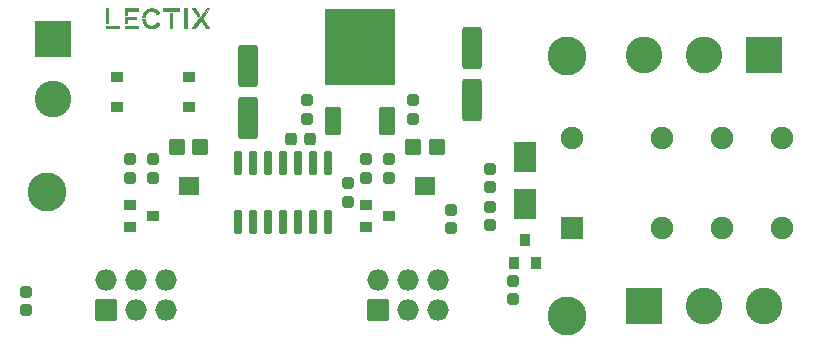
<source format=gts>
G04 #@! TF.GenerationSoftware,KiCad,Pcbnew,6.0.9-8da3e8f707~116~ubuntu20.04.1*
G04 #@! TF.CreationDate,2023-05-05T17:22:20+00:00*
G04 #@! TF.ProjectId,LEC009002,4c454330-3039-4303-9032-2e6b69636164,rev?*
G04 #@! TF.SameCoordinates,Original*
G04 #@! TF.FileFunction,Soldermask,Top*
G04 #@! TF.FilePolarity,Negative*
%FSLAX46Y46*%
G04 Gerber Fmt 4.6, Leading zero omitted, Abs format (unit mm)*
G04 Created by KiCad (PCBNEW 6.0.9-8da3e8f707~116~ubuntu20.04.1) date 2023-05-05 17:22:20*
%MOMM*%
%LPD*%
G01*
G04 APERTURE LIST*
G04 Aperture macros list*
%AMRoundRect*
0 Rectangle with rounded corners*
0 $1 Rounding radius*
0 $2 $3 $4 $5 $6 $7 $8 $9 X,Y pos of 4 corners*
0 Add a 4 corners polygon primitive as box body*
4,1,4,$2,$3,$4,$5,$6,$7,$8,$9,$2,$3,0*
0 Add four circle primitives for the rounded corners*
1,1,$1+$1,$2,$3*
1,1,$1+$1,$4,$5*
1,1,$1+$1,$6,$7*
1,1,$1+$1,$8,$9*
0 Add four rect primitives between the rounded corners*
20,1,$1+$1,$2,$3,$4,$5,0*
20,1,$1+$1,$4,$5,$6,$7,0*
20,1,$1+$1,$6,$7,$8,$9,0*
20,1,$1+$1,$8,$9,$2,$3,0*%
G04 Aperture macros list end*
%ADD10C,0.010000*%
%ADD11RoundRect,0.268750X-0.256250X0.218750X-0.256250X-0.218750X0.256250X-0.218750X0.256250X0.218750X0*%
%ADD12RoundRect,0.299600X0.550400X-1.500400X0.550400X1.500400X-0.550400X1.500400X-0.550400X-1.500400X0*%
%ADD13RoundRect,0.268750X0.256250X-0.218750X0.256250X0.218750X-0.256250X0.218750X-0.256250X-0.218750X0*%
%ADD14RoundRect,0.050000X0.500000X0.400000X-0.500000X0.400000X-0.500000X-0.400000X0.500000X-0.400000X0*%
%ADD15RoundRect,0.050000X-0.900000X1.250000X-0.900000X-1.250000X0.900000X-1.250000X0.900000X1.250000X0*%
%ADD16C,3.300000*%
%ADD17RoundRect,0.050000X-1.500000X1.500000X-1.500000X-1.500000X1.500000X-1.500000X1.500000X1.500000X0*%
%ADD18C,3.100000*%
%ADD19RoundRect,0.050000X1.500000X1.500000X-1.500000X1.500000X-1.500000X-1.500000X1.500000X-1.500000X0*%
%ADD20C,1.900000*%
%ADD21RoundRect,0.050000X0.900000X-0.900000X0.900000X0.900000X-0.900000X0.900000X-0.900000X-0.900000X0*%
%ADD22RoundRect,0.050000X0.400000X-0.450000X0.400000X0.450000X-0.400000X0.450000X-0.400000X-0.450000X0*%
%ADD23RoundRect,0.050000X-0.450000X-0.400000X0.450000X-0.400000X0.450000X0.400000X-0.450000X0.400000X0*%
%ADD24RoundRect,0.268750X0.218750X0.256250X-0.218750X0.256250X-0.218750X-0.256250X0.218750X-0.256250X0*%
%ADD25RoundRect,0.050000X-0.600000X0.600000X-0.600000X-0.600000X0.600000X-0.600000X0.600000X0.600000X0*%
%ADD26RoundRect,0.050000X-0.800000X0.750000X-0.800000X-0.750000X0.800000X-0.750000X0.800000X0.750000X0*%
%ADD27RoundRect,0.050000X0.600000X-1.100000X0.600000X1.100000X-0.600000X1.100000X-0.600000X-1.100000X0*%
%ADD28RoundRect,0.050000X2.900000X-3.200000X2.900000X3.200000X-2.900000X3.200000X-2.900000X-3.200000X0*%
%ADD29RoundRect,0.050000X0.863600X-0.863600X0.863600X0.863600X-0.863600X0.863600X-0.863600X-0.863600X0*%
%ADD30O,1.827200X1.827200*%
%ADD31RoundRect,0.200000X-0.150000X0.825000X-0.150000X-0.825000X0.150000X-0.825000X0.150000X0.825000X0*%
%ADD32RoundRect,0.050000X-1.500000X-1.500000X1.500000X-1.500000X1.500000X1.500000X-1.500000X1.500000X0*%
G04 APERTURE END LIST*
G04 #@! TO.C,LOGO1*
G36*
X56211400Y-22702120D02*
G01*
X55990420Y-22702120D01*
X55990420Y-21427040D01*
X56211400Y-21427040D01*
X56211400Y-22702120D01*
G37*
D10*
X56211400Y-22702120D02*
X55990420Y-22702120D01*
X55990420Y-21427040D01*
X56211400Y-21427040D01*
X56211400Y-22702120D01*
G36*
X59308402Y-22385255D02*
G01*
X59313120Y-22434642D01*
X59322714Y-22483391D01*
X59336988Y-22531126D01*
X59355743Y-22577472D01*
X59378784Y-22622055D01*
X59405913Y-22664500D01*
X59436933Y-22704432D01*
X59471648Y-22741476D01*
X59509860Y-22775258D01*
X59515940Y-22780066D01*
X59556038Y-22808193D01*
X59599345Y-22832754D01*
X59645214Y-22853491D01*
X59692999Y-22870147D01*
X59742054Y-22882466D01*
X59791733Y-22890191D01*
X59793061Y-22890331D01*
X59814417Y-22891812D01*
X59839012Y-22892277D01*
X59865170Y-22891784D01*
X59891216Y-22890393D01*
X59915475Y-22888161D01*
X59935040Y-22885369D01*
X59985420Y-22873968D01*
X60034171Y-22858011D01*
X60080973Y-22837722D01*
X60125506Y-22813326D01*
X60167447Y-22785050D01*
X60206477Y-22753119D01*
X60242275Y-22717757D01*
X60274521Y-22679189D01*
X60302893Y-22637642D01*
X60313459Y-22619570D01*
X60317764Y-22611866D01*
X60320977Y-22606162D01*
X60322419Y-22603660D01*
X60322428Y-22603648D01*
X60324718Y-22604589D01*
X60330966Y-22607586D01*
X60340622Y-22612356D01*
X60353134Y-22618617D01*
X60367950Y-22626087D01*
X60384518Y-22634484D01*
X60402288Y-22643526D01*
X60420709Y-22652930D01*
X60439227Y-22662414D01*
X60457292Y-22671697D01*
X60474353Y-22680496D01*
X60489857Y-22688530D01*
X60503254Y-22695515D01*
X60513992Y-22701170D01*
X60521519Y-22705212D01*
X60525284Y-22707360D01*
X60525579Y-22707574D01*
X60526342Y-22709476D01*
X60525650Y-22712864D01*
X60523236Y-22718246D01*
X60518829Y-22726130D01*
X60512161Y-22737022D01*
X60502963Y-22751432D01*
X60499532Y-22756730D01*
X60463745Y-22807247D01*
X60424233Y-22854456D01*
X60381253Y-22898181D01*
X60335061Y-22938245D01*
X60285915Y-22974473D01*
X60234071Y-23006690D01*
X60179786Y-23034719D01*
X60123317Y-23058386D01*
X60064922Y-23077513D01*
X60011386Y-23090608D01*
X59990451Y-23094715D01*
X59971307Y-23097937D01*
X59952786Y-23100387D01*
X59933721Y-23102177D01*
X59912944Y-23103419D01*
X59889286Y-23104226D01*
X59865190Y-23104665D01*
X59846965Y-23104860D01*
X59830071Y-23104960D01*
X59815281Y-23104966D01*
X59803367Y-23104880D01*
X59795103Y-23104704D01*
X59791530Y-23104485D01*
X59785642Y-23103741D01*
X59776310Y-23102630D01*
X59765138Y-23101341D01*
X59759780Y-23100735D01*
X59704003Y-23092047D01*
X59648007Y-23078574D01*
X59592401Y-23060545D01*
X59537794Y-23038188D01*
X59484797Y-23011731D01*
X59434019Y-22981401D01*
X59425770Y-22975955D01*
X59395798Y-22955098D01*
X59369044Y-22934653D01*
X59343942Y-22913317D01*
X59318927Y-22889790D01*
X59303718Y-22874501D01*
X59261520Y-22827656D01*
X59223616Y-22778179D01*
X59190086Y-22726236D01*
X59161014Y-22671994D01*
X59136482Y-22615618D01*
X59116574Y-22557274D01*
X59101371Y-22497129D01*
X59093187Y-22451477D01*
X59091980Y-22442261D01*
X59090577Y-22429810D01*
X59089087Y-22415307D01*
X59087618Y-22399937D01*
X59086281Y-22384885D01*
X59085185Y-22371334D01*
X59084438Y-22360470D01*
X59084150Y-22353505D01*
X59086602Y-22353107D01*
X59093621Y-22352738D01*
X59104692Y-22352405D01*
X59119304Y-22352119D01*
X59136941Y-22351886D01*
X59157091Y-22351717D01*
X59179241Y-22351620D01*
X59195519Y-22351600D01*
X59306899Y-22351600D01*
X59308402Y-22385255D01*
G37*
X59308402Y-22385255D02*
X59313120Y-22434642D01*
X59322714Y-22483391D01*
X59336988Y-22531126D01*
X59355743Y-22577472D01*
X59378784Y-22622055D01*
X59405913Y-22664500D01*
X59436933Y-22704432D01*
X59471648Y-22741476D01*
X59509860Y-22775258D01*
X59515940Y-22780066D01*
X59556038Y-22808193D01*
X59599345Y-22832754D01*
X59645214Y-22853491D01*
X59692999Y-22870147D01*
X59742054Y-22882466D01*
X59791733Y-22890191D01*
X59793061Y-22890331D01*
X59814417Y-22891812D01*
X59839012Y-22892277D01*
X59865170Y-22891784D01*
X59891216Y-22890393D01*
X59915475Y-22888161D01*
X59935040Y-22885369D01*
X59985420Y-22873968D01*
X60034171Y-22858011D01*
X60080973Y-22837722D01*
X60125506Y-22813326D01*
X60167447Y-22785050D01*
X60206477Y-22753119D01*
X60242275Y-22717757D01*
X60274521Y-22679189D01*
X60302893Y-22637642D01*
X60313459Y-22619570D01*
X60317764Y-22611866D01*
X60320977Y-22606162D01*
X60322419Y-22603660D01*
X60322428Y-22603648D01*
X60324718Y-22604589D01*
X60330966Y-22607586D01*
X60340622Y-22612356D01*
X60353134Y-22618617D01*
X60367950Y-22626087D01*
X60384518Y-22634484D01*
X60402288Y-22643526D01*
X60420709Y-22652930D01*
X60439227Y-22662414D01*
X60457292Y-22671697D01*
X60474353Y-22680496D01*
X60489857Y-22688530D01*
X60503254Y-22695515D01*
X60513992Y-22701170D01*
X60521519Y-22705212D01*
X60525284Y-22707360D01*
X60525579Y-22707574D01*
X60526342Y-22709476D01*
X60525650Y-22712864D01*
X60523236Y-22718246D01*
X60518829Y-22726130D01*
X60512161Y-22737022D01*
X60502963Y-22751432D01*
X60499532Y-22756730D01*
X60463745Y-22807247D01*
X60424233Y-22854456D01*
X60381253Y-22898181D01*
X60335061Y-22938245D01*
X60285915Y-22974473D01*
X60234071Y-23006690D01*
X60179786Y-23034719D01*
X60123317Y-23058386D01*
X60064922Y-23077513D01*
X60011386Y-23090608D01*
X59990451Y-23094715D01*
X59971307Y-23097937D01*
X59952786Y-23100387D01*
X59933721Y-23102177D01*
X59912944Y-23103419D01*
X59889286Y-23104226D01*
X59865190Y-23104665D01*
X59846965Y-23104860D01*
X59830071Y-23104960D01*
X59815281Y-23104966D01*
X59803367Y-23104880D01*
X59795103Y-23104704D01*
X59791530Y-23104485D01*
X59785642Y-23103741D01*
X59776310Y-23102630D01*
X59765138Y-23101341D01*
X59759780Y-23100735D01*
X59704003Y-23092047D01*
X59648007Y-23078574D01*
X59592401Y-23060545D01*
X59537794Y-23038188D01*
X59484797Y-23011731D01*
X59434019Y-22981401D01*
X59425770Y-22975955D01*
X59395798Y-22955098D01*
X59369044Y-22934653D01*
X59343942Y-22913317D01*
X59318927Y-22889790D01*
X59303718Y-22874501D01*
X59261520Y-22827656D01*
X59223616Y-22778179D01*
X59190086Y-22726236D01*
X59161014Y-22671994D01*
X59136482Y-22615618D01*
X59116574Y-22557274D01*
X59101371Y-22497129D01*
X59093187Y-22451477D01*
X59091980Y-22442261D01*
X59090577Y-22429810D01*
X59089087Y-22415307D01*
X59087618Y-22399937D01*
X59086281Y-22384885D01*
X59085185Y-22371334D01*
X59084438Y-22360470D01*
X59084150Y-22353505D01*
X59086602Y-22353107D01*
X59093621Y-22352738D01*
X59104692Y-22352405D01*
X59119304Y-22352119D01*
X59136941Y-22351886D01*
X59157091Y-22351717D01*
X59179241Y-22351620D01*
X59195519Y-22351600D01*
X59306899Y-22351600D01*
X59308402Y-22385255D01*
G36*
X58682820Y-21637860D02*
G01*
X57809060Y-21637860D01*
X57809060Y-21950280D01*
X57585540Y-21950280D01*
X57585540Y-21416880D01*
X58682820Y-21416880D01*
X58682820Y-21637860D01*
G37*
X58682820Y-21637860D02*
X57809060Y-21637860D01*
X57809060Y-21950280D01*
X57585540Y-21950280D01*
X57585540Y-21416880D01*
X58682820Y-21416880D01*
X58682820Y-21637860D01*
G36*
X58682820Y-23103440D02*
G01*
X57590620Y-23103440D01*
X57590620Y-22879920D01*
X58682820Y-22879920D01*
X58682820Y-23103440D01*
G37*
X58682820Y-23103440D02*
X57590620Y-23103440D01*
X57590620Y-22879920D01*
X58682820Y-22879920D01*
X58682820Y-23103440D01*
G36*
X61621600Y-23095820D02*
G01*
X61400620Y-23095820D01*
X61400620Y-21813120D01*
X61621600Y-21813120D01*
X61621600Y-23095820D01*
G37*
X61621600Y-23095820D02*
X61400620Y-23095820D01*
X61400620Y-21813120D01*
X61621600Y-21813120D01*
X61621600Y-23095820D01*
G36*
X59876209Y-21421115D02*
G01*
X59897949Y-21421898D01*
X59916476Y-21423135D01*
X59924880Y-21424013D01*
X59986536Y-21434111D01*
X60046482Y-21448858D01*
X60104502Y-21468120D01*
X60160380Y-21491760D01*
X60213901Y-21519642D01*
X60264850Y-21551632D01*
X60313012Y-21587592D01*
X60358171Y-21627388D01*
X60400111Y-21670884D01*
X60438617Y-21717944D01*
X60473475Y-21768433D01*
X60474753Y-21770462D01*
X60480950Y-21780604D01*
X60485873Y-21789176D01*
X60489032Y-21795284D01*
X60489933Y-21798034D01*
X60489927Y-21798046D01*
X60487616Y-21799794D01*
X60481584Y-21803936D01*
X60472376Y-21810116D01*
X60460541Y-21817976D01*
X60446627Y-21827159D01*
X60431181Y-21837308D01*
X60414750Y-21848066D01*
X60397883Y-21859075D01*
X60381127Y-21869979D01*
X60365029Y-21880419D01*
X60350138Y-21890039D01*
X60337000Y-21898482D01*
X60326165Y-21905390D01*
X60318178Y-21910407D01*
X60313588Y-21913174D01*
X60312794Y-21913584D01*
X60309968Y-21912718D01*
X60305905Y-21908095D01*
X60300305Y-21899339D01*
X60297184Y-21893914D01*
X60280089Y-21866428D01*
X60259427Y-21838002D01*
X60236229Y-21809852D01*
X60211528Y-21783197D01*
X60186356Y-21759254D01*
X60174480Y-21749140D01*
X60133846Y-21719172D01*
X60090247Y-21693127D01*
X60044196Y-21671226D01*
X59996208Y-21653690D01*
X59946797Y-21640740D01*
X59906452Y-21633813D01*
X59884946Y-21631768D01*
X59860221Y-21630722D01*
X59833760Y-21630637D01*
X59807045Y-21631480D01*
X59781557Y-21633214D01*
X59758779Y-21635804D01*
X59747826Y-21637603D01*
X59697286Y-21649608D01*
X59648775Y-21666099D01*
X59602534Y-21686857D01*
X59558804Y-21711666D01*
X59517826Y-21740308D01*
X59479841Y-21772566D01*
X59445090Y-21808223D01*
X59413814Y-21847062D01*
X59386252Y-21888864D01*
X59362648Y-21933413D01*
X59343240Y-21980492D01*
X59333199Y-22011621D01*
X59322556Y-22056052D01*
X59315928Y-22102105D01*
X59313432Y-22140145D01*
X59312028Y-22181420D01*
X59091031Y-22181420D01*
X59092507Y-22136335D01*
X59096951Y-22076765D01*
X59106239Y-22018219D01*
X59120196Y-21960945D01*
X59138643Y-21905192D01*
X59161405Y-21851206D01*
X59188306Y-21799239D01*
X59219168Y-21749537D01*
X59253816Y-21702349D01*
X59292073Y-21657923D01*
X59333762Y-21616510D01*
X59378708Y-21578355D01*
X59426733Y-21543709D01*
X59477661Y-21512820D01*
X59531316Y-21485936D01*
X59564200Y-21472046D01*
X59617077Y-21453465D01*
X59671789Y-21438763D01*
X59729205Y-21427716D01*
X59744540Y-21425434D01*
X59760719Y-21423688D01*
X59780782Y-21422339D01*
X59803544Y-21421399D01*
X59827825Y-21420875D01*
X59852441Y-21420777D01*
X59876209Y-21421115D01*
G37*
X59876209Y-21421115D02*
X59897949Y-21421898D01*
X59916476Y-21423135D01*
X59924880Y-21424013D01*
X59986536Y-21434111D01*
X60046482Y-21448858D01*
X60104502Y-21468120D01*
X60160380Y-21491760D01*
X60213901Y-21519642D01*
X60264850Y-21551632D01*
X60313012Y-21587592D01*
X60358171Y-21627388D01*
X60400111Y-21670884D01*
X60438617Y-21717944D01*
X60473475Y-21768433D01*
X60474753Y-21770462D01*
X60480950Y-21780604D01*
X60485873Y-21789176D01*
X60489032Y-21795284D01*
X60489933Y-21798034D01*
X60489927Y-21798046D01*
X60487616Y-21799794D01*
X60481584Y-21803936D01*
X60472376Y-21810116D01*
X60460541Y-21817976D01*
X60446627Y-21827159D01*
X60431181Y-21837308D01*
X60414750Y-21848066D01*
X60397883Y-21859075D01*
X60381127Y-21869979D01*
X60365029Y-21880419D01*
X60350138Y-21890039D01*
X60337000Y-21898482D01*
X60326165Y-21905390D01*
X60318178Y-21910407D01*
X60313588Y-21913174D01*
X60312794Y-21913584D01*
X60309968Y-21912718D01*
X60305905Y-21908095D01*
X60300305Y-21899339D01*
X60297184Y-21893914D01*
X60280089Y-21866428D01*
X60259427Y-21838002D01*
X60236229Y-21809852D01*
X60211528Y-21783197D01*
X60186356Y-21759254D01*
X60174480Y-21749140D01*
X60133846Y-21719172D01*
X60090247Y-21693127D01*
X60044196Y-21671226D01*
X59996208Y-21653690D01*
X59946797Y-21640740D01*
X59906452Y-21633813D01*
X59884946Y-21631768D01*
X59860221Y-21630722D01*
X59833760Y-21630637D01*
X59807045Y-21631480D01*
X59781557Y-21633214D01*
X59758779Y-21635804D01*
X59747826Y-21637603D01*
X59697286Y-21649608D01*
X59648775Y-21666099D01*
X59602534Y-21686857D01*
X59558804Y-21711666D01*
X59517826Y-21740308D01*
X59479841Y-21772566D01*
X59445090Y-21808223D01*
X59413814Y-21847062D01*
X59386252Y-21888864D01*
X59362648Y-21933413D01*
X59343240Y-21980492D01*
X59333199Y-22011621D01*
X59322556Y-22056052D01*
X59315928Y-22102105D01*
X59313432Y-22140145D01*
X59312028Y-22181420D01*
X59091031Y-22181420D01*
X59092507Y-22136335D01*
X59096951Y-22076765D01*
X59106239Y-22018219D01*
X59120196Y-21960945D01*
X59138643Y-21905192D01*
X59161405Y-21851206D01*
X59188306Y-21799239D01*
X59219168Y-21749537D01*
X59253816Y-21702349D01*
X59292073Y-21657923D01*
X59333762Y-21616510D01*
X59378708Y-21578355D01*
X59426733Y-21543709D01*
X59477661Y-21512820D01*
X59531316Y-21485936D01*
X59564200Y-21472046D01*
X59617077Y-21453465D01*
X59671789Y-21438763D01*
X59729205Y-21427716D01*
X59744540Y-21425434D01*
X59760719Y-21423688D01*
X59780782Y-21422339D01*
X59803544Y-21421399D01*
X59827825Y-21420875D01*
X59852441Y-21420777D01*
X59876209Y-21421115D01*
G36*
X58568520Y-22359220D02*
G01*
X57809060Y-22359220D01*
X57809060Y-22702120D01*
X57588080Y-22702120D01*
X57588080Y-22135700D01*
X58568520Y-22135700D01*
X58568520Y-22359220D01*
G37*
X58568520Y-22359220D02*
X57809060Y-22359220D01*
X57809060Y-22702120D01*
X57588080Y-22702120D01*
X57588080Y-22135700D01*
X58568520Y-22135700D01*
X58568520Y-22359220D01*
G36*
X62200720Y-21645480D02*
G01*
X60831660Y-21645480D01*
X60831660Y-21424500D01*
X62200720Y-21424500D01*
X62200720Y-21645480D01*
G37*
X62200720Y-21645480D02*
X60831660Y-21645480D01*
X60831660Y-21424500D01*
X62200720Y-21424500D01*
X62200720Y-21645480D01*
G36*
X63510968Y-21424500D02*
G01*
X63716269Y-21707044D01*
X63740799Y-21740835D01*
X63764493Y-21773537D01*
X63787180Y-21804909D01*
X63808689Y-21834714D01*
X63828848Y-21862711D01*
X63847487Y-21888663D01*
X63864435Y-21912329D01*
X63879520Y-21933470D01*
X63892571Y-21951848D01*
X63903418Y-21967223D01*
X63911889Y-21979356D01*
X63917814Y-21988009D01*
X63921021Y-21992942D01*
X63921570Y-21994021D01*
X63920129Y-21997001D01*
X63916077Y-22003439D01*
X63909817Y-22012779D01*
X63901755Y-22024461D01*
X63892293Y-22037928D01*
X63881838Y-22052622D01*
X63870793Y-22067984D01*
X63859562Y-22083457D01*
X63848551Y-22098483D01*
X63838162Y-22112504D01*
X63828801Y-22124962D01*
X63820872Y-22135298D01*
X63814779Y-22142955D01*
X63810927Y-22147375D01*
X63809810Y-22148247D01*
X63808071Y-22146223D01*
X63803504Y-22140295D01*
X63796264Y-22130671D01*
X63786502Y-22117561D01*
X63774373Y-22101174D01*
X63760029Y-22081719D01*
X63743625Y-22059405D01*
X63725313Y-22034442D01*
X63705247Y-22007037D01*
X63683579Y-21977402D01*
X63660465Y-21945743D01*
X63636056Y-21912272D01*
X63610506Y-21877196D01*
X63583968Y-21840724D01*
X63556596Y-21803067D01*
X63548190Y-21791493D01*
X63520558Y-21753445D01*
X63493707Y-21716468D01*
X63467789Y-21680772D01*
X63442960Y-21646572D01*
X63419374Y-21614081D01*
X63397186Y-21583511D01*
X63376549Y-21555075D01*
X63357618Y-21528985D01*
X63340548Y-21505456D01*
X63325493Y-21484699D01*
X63312608Y-21466927D01*
X63302047Y-21452354D01*
X63293964Y-21441192D01*
X63288514Y-21433654D01*
X63285851Y-21429952D01*
X63285625Y-21429630D01*
X63284877Y-21428417D01*
X63284715Y-21427412D01*
X63285563Y-21426595D01*
X63287844Y-21425947D01*
X63291981Y-21425449D01*
X63298399Y-21425081D01*
X63307522Y-21424823D01*
X63319772Y-21424655D01*
X63335573Y-21424559D01*
X63355349Y-21424514D01*
X63379525Y-21424500D01*
X63396554Y-21424499D01*
X63510968Y-21424500D01*
G37*
X63510968Y-21424500D02*
X63716269Y-21707044D01*
X63740799Y-21740835D01*
X63764493Y-21773537D01*
X63787180Y-21804909D01*
X63808689Y-21834714D01*
X63828848Y-21862711D01*
X63847487Y-21888663D01*
X63864435Y-21912329D01*
X63879520Y-21933470D01*
X63892571Y-21951848D01*
X63903418Y-21967223D01*
X63911889Y-21979356D01*
X63917814Y-21988009D01*
X63921021Y-21992942D01*
X63921570Y-21994021D01*
X63920129Y-21997001D01*
X63916077Y-22003439D01*
X63909817Y-22012779D01*
X63901755Y-22024461D01*
X63892293Y-22037928D01*
X63881838Y-22052622D01*
X63870793Y-22067984D01*
X63859562Y-22083457D01*
X63848551Y-22098483D01*
X63838162Y-22112504D01*
X63828801Y-22124962D01*
X63820872Y-22135298D01*
X63814779Y-22142955D01*
X63810927Y-22147375D01*
X63809810Y-22148247D01*
X63808071Y-22146223D01*
X63803504Y-22140295D01*
X63796264Y-22130671D01*
X63786502Y-22117561D01*
X63774373Y-22101174D01*
X63760029Y-22081719D01*
X63743625Y-22059405D01*
X63725313Y-22034442D01*
X63705247Y-22007037D01*
X63683579Y-21977402D01*
X63660465Y-21945743D01*
X63636056Y-21912272D01*
X63610506Y-21877196D01*
X63583968Y-21840724D01*
X63556596Y-21803067D01*
X63548190Y-21791493D01*
X63520558Y-21753445D01*
X63493707Y-21716468D01*
X63467789Y-21680772D01*
X63442960Y-21646572D01*
X63419374Y-21614081D01*
X63397186Y-21583511D01*
X63376549Y-21555075D01*
X63357618Y-21528985D01*
X63340548Y-21505456D01*
X63325493Y-21484699D01*
X63312608Y-21466927D01*
X63302047Y-21452354D01*
X63293964Y-21441192D01*
X63288514Y-21433654D01*
X63285851Y-21429952D01*
X63285625Y-21429630D01*
X63284877Y-21428417D01*
X63284715Y-21427412D01*
X63285563Y-21426595D01*
X63287844Y-21425947D01*
X63291981Y-21425449D01*
X63298399Y-21425081D01*
X63307522Y-21424823D01*
X63319772Y-21424655D01*
X63335573Y-21424559D01*
X63355349Y-21424514D01*
X63379525Y-21424500D01*
X63396554Y-21424499D01*
X63510968Y-21424500D01*
G36*
X62868740Y-23095820D02*
G01*
X62647760Y-23095820D01*
X62647760Y-21424500D01*
X62868740Y-21424500D01*
X62868740Y-23095820D01*
G37*
X62868740Y-23095820D02*
X62647760Y-23095820D01*
X62647760Y-21424500D01*
X62868740Y-21424500D01*
X62868740Y-23095820D01*
G36*
X64626304Y-21430092D02*
G01*
X64644850Y-21430188D01*
X64758296Y-21430850D01*
X64452148Y-21849183D01*
X64422064Y-21890298D01*
X64392787Y-21930325D01*
X64364458Y-21969069D01*
X64337217Y-22006338D01*
X64311206Y-22041940D01*
X64286566Y-22075680D01*
X64263436Y-22107366D01*
X64241957Y-22136806D01*
X64222271Y-22163806D01*
X64204518Y-22188172D01*
X64188839Y-22209713D01*
X64175374Y-22228236D01*
X64164265Y-22243546D01*
X64155651Y-22255452D01*
X64149674Y-22263760D01*
X64146474Y-22268277D01*
X64145946Y-22269087D01*
X64147407Y-22271269D01*
X64151707Y-22277370D01*
X64158703Y-22287192D01*
X64168256Y-22300541D01*
X64180224Y-22317220D01*
X64194465Y-22337032D01*
X64210838Y-22359783D01*
X64229202Y-22385275D01*
X64249416Y-22413314D01*
X64271337Y-22443701D01*
X64294825Y-22476243D01*
X64319739Y-22510742D01*
X64345938Y-22547003D01*
X64373279Y-22584829D01*
X64401622Y-22624025D01*
X64430825Y-22664395D01*
X64442671Y-22680766D01*
X64472190Y-22721564D01*
X64500913Y-22761274D01*
X64528699Y-22799701D01*
X64555405Y-22836647D01*
X64580889Y-22871916D01*
X64605010Y-22905310D01*
X64627626Y-22936635D01*
X64648595Y-22965692D01*
X64667775Y-22992285D01*
X64685025Y-23016218D01*
X64700202Y-23037293D01*
X64713164Y-23055315D01*
X64723770Y-23070086D01*
X64731878Y-23081411D01*
X64737346Y-23089091D01*
X64740033Y-23092932D01*
X64740296Y-23093347D01*
X64738016Y-23093981D01*
X64730822Y-23094522D01*
X64718878Y-23094969D01*
X64702349Y-23095317D01*
X64681400Y-23095563D01*
X64656196Y-23095703D01*
X64627266Y-23095734D01*
X64513390Y-23095649D01*
X64272090Y-22761780D01*
X64245526Y-22725037D01*
X64219765Y-22689426D01*
X64194965Y-22655163D01*
X64171283Y-22622466D01*
X64148876Y-22591550D01*
X64127902Y-22562632D01*
X64108517Y-22535929D01*
X64090880Y-22511658D01*
X64075147Y-22490034D01*
X64061475Y-22471274D01*
X64050023Y-22455596D01*
X64040948Y-22443215D01*
X64034406Y-22434347D01*
X64030556Y-22429211D01*
X64029520Y-22427933D01*
X64027906Y-22429950D01*
X64023455Y-22435854D01*
X64016324Y-22445427D01*
X64006674Y-22458455D01*
X63994661Y-22474722D01*
X63980447Y-22494010D01*
X63964188Y-22516106D01*
X63946044Y-22540791D01*
X63926173Y-22567851D01*
X63904734Y-22597070D01*
X63881887Y-22628231D01*
X63857789Y-22661119D01*
X63832600Y-22695518D01*
X63806477Y-22731211D01*
X63785680Y-22759644D01*
X63758925Y-22796214D01*
X63732965Y-22831667D01*
X63707961Y-22865786D01*
X63684072Y-22898355D01*
X63661458Y-22929156D01*
X63640279Y-22957973D01*
X63620693Y-22984589D01*
X63602863Y-23008787D01*
X63586946Y-23030350D01*
X63573102Y-23049061D01*
X63561493Y-23064704D01*
X63552276Y-23077061D01*
X63545613Y-23085916D01*
X63541662Y-23091051D01*
X63540570Y-23092335D01*
X63537574Y-23092529D01*
X63530025Y-23092680D01*
X63518450Y-23092789D01*
X63503375Y-23092853D01*
X63485327Y-23092870D01*
X63464833Y-23092839D01*
X63442419Y-23092759D01*
X63425648Y-23092672D01*
X63313267Y-23092010D01*
X63919225Y-22263970D01*
X63961717Y-22205907D01*
X64003457Y-22148878D01*
X64044343Y-22093019D01*
X64084276Y-22038469D01*
X64123154Y-21985363D01*
X64160878Y-21933839D01*
X64197347Y-21884036D01*
X64232459Y-21836089D01*
X64266115Y-21790136D01*
X64298214Y-21746314D01*
X64328655Y-21704761D01*
X64357338Y-21665614D01*
X64384162Y-21629011D01*
X64409027Y-21595087D01*
X64431832Y-21563981D01*
X64452477Y-21535831D01*
X64470860Y-21510772D01*
X64486882Y-21488943D01*
X64500441Y-21470481D01*
X64511437Y-21455522D01*
X64519771Y-21444205D01*
X64525340Y-21436667D01*
X64528045Y-21433044D01*
X64528294Y-21432728D01*
X64530129Y-21431936D01*
X64534193Y-21431292D01*
X64540860Y-21430789D01*
X64550504Y-21430418D01*
X64563497Y-21430171D01*
X64580212Y-21430039D01*
X64601024Y-21430016D01*
X64626304Y-21430092D01*
G37*
X64626304Y-21430092D02*
X64644850Y-21430188D01*
X64758296Y-21430850D01*
X64452148Y-21849183D01*
X64422064Y-21890298D01*
X64392787Y-21930325D01*
X64364458Y-21969069D01*
X64337217Y-22006338D01*
X64311206Y-22041940D01*
X64286566Y-22075680D01*
X64263436Y-22107366D01*
X64241957Y-22136806D01*
X64222271Y-22163806D01*
X64204518Y-22188172D01*
X64188839Y-22209713D01*
X64175374Y-22228236D01*
X64164265Y-22243546D01*
X64155651Y-22255452D01*
X64149674Y-22263760D01*
X64146474Y-22268277D01*
X64145946Y-22269087D01*
X64147407Y-22271269D01*
X64151707Y-22277370D01*
X64158703Y-22287192D01*
X64168256Y-22300541D01*
X64180224Y-22317220D01*
X64194465Y-22337032D01*
X64210838Y-22359783D01*
X64229202Y-22385275D01*
X64249416Y-22413314D01*
X64271337Y-22443701D01*
X64294825Y-22476243D01*
X64319739Y-22510742D01*
X64345938Y-22547003D01*
X64373279Y-22584829D01*
X64401622Y-22624025D01*
X64430825Y-22664395D01*
X64442671Y-22680766D01*
X64472190Y-22721564D01*
X64500913Y-22761274D01*
X64528699Y-22799701D01*
X64555405Y-22836647D01*
X64580889Y-22871916D01*
X64605010Y-22905310D01*
X64627626Y-22936635D01*
X64648595Y-22965692D01*
X64667775Y-22992285D01*
X64685025Y-23016218D01*
X64700202Y-23037293D01*
X64713164Y-23055315D01*
X64723770Y-23070086D01*
X64731878Y-23081411D01*
X64737346Y-23089091D01*
X64740033Y-23092932D01*
X64740296Y-23093347D01*
X64738016Y-23093981D01*
X64730822Y-23094522D01*
X64718878Y-23094969D01*
X64702349Y-23095317D01*
X64681400Y-23095563D01*
X64656196Y-23095703D01*
X64627266Y-23095734D01*
X64513390Y-23095649D01*
X64272090Y-22761780D01*
X64245526Y-22725037D01*
X64219765Y-22689426D01*
X64194965Y-22655163D01*
X64171283Y-22622466D01*
X64148876Y-22591550D01*
X64127902Y-22562632D01*
X64108517Y-22535929D01*
X64090880Y-22511658D01*
X64075147Y-22490034D01*
X64061475Y-22471274D01*
X64050023Y-22455596D01*
X64040948Y-22443215D01*
X64034406Y-22434347D01*
X64030556Y-22429211D01*
X64029520Y-22427933D01*
X64027906Y-22429950D01*
X64023455Y-22435854D01*
X64016324Y-22445427D01*
X64006674Y-22458455D01*
X63994661Y-22474722D01*
X63980447Y-22494010D01*
X63964188Y-22516106D01*
X63946044Y-22540791D01*
X63926173Y-22567851D01*
X63904734Y-22597070D01*
X63881887Y-22628231D01*
X63857789Y-22661119D01*
X63832600Y-22695518D01*
X63806477Y-22731211D01*
X63785680Y-22759644D01*
X63758925Y-22796214D01*
X63732965Y-22831667D01*
X63707961Y-22865786D01*
X63684072Y-22898355D01*
X63661458Y-22929156D01*
X63640279Y-22957973D01*
X63620693Y-22984589D01*
X63602863Y-23008787D01*
X63586946Y-23030350D01*
X63573102Y-23049061D01*
X63561493Y-23064704D01*
X63552276Y-23077061D01*
X63545613Y-23085916D01*
X63541662Y-23091051D01*
X63540570Y-23092335D01*
X63537574Y-23092529D01*
X63530025Y-23092680D01*
X63518450Y-23092789D01*
X63503375Y-23092853D01*
X63485327Y-23092870D01*
X63464833Y-23092839D01*
X63442419Y-23092759D01*
X63425648Y-23092672D01*
X63313267Y-23092010D01*
X63919225Y-22263970D01*
X63961717Y-22205907D01*
X64003457Y-22148878D01*
X64044343Y-22093019D01*
X64084276Y-22038469D01*
X64123154Y-21985363D01*
X64160878Y-21933839D01*
X64197347Y-21884036D01*
X64232459Y-21836089D01*
X64266115Y-21790136D01*
X64298214Y-21746314D01*
X64328655Y-21704761D01*
X64357338Y-21665614D01*
X64384162Y-21629011D01*
X64409027Y-21595087D01*
X64431832Y-21563981D01*
X64452477Y-21535831D01*
X64470860Y-21510772D01*
X64486882Y-21488943D01*
X64500441Y-21470481D01*
X64511437Y-21455522D01*
X64519771Y-21444205D01*
X64525340Y-21436667D01*
X64528045Y-21433044D01*
X64528294Y-21432728D01*
X64530129Y-21431936D01*
X64534193Y-21431292D01*
X64540860Y-21430789D01*
X64550504Y-21430418D01*
X64563497Y-21430171D01*
X64580212Y-21430039D01*
X64601024Y-21430016D01*
X64626304Y-21430092D01*
G36*
X57138500Y-23103440D02*
G01*
X55990420Y-23103440D01*
X55990420Y-22879920D01*
X57138500Y-22879920D01*
X57138500Y-23103440D01*
G37*
X57138500Y-23103440D02*
X55990420Y-23103440D01*
X55990420Y-22879920D01*
X57138500Y-22879920D01*
X57138500Y-23103440D01*
G04 #@! TD*
D11*
G04 #@! TO.C,C1*
X76500000Y-36212500D03*
X76500000Y-37787500D03*
G04 #@! TD*
D12*
G04 #@! TO.C,C2*
X68000000Y-30700000D03*
X68000000Y-26300000D03*
G04 #@! TD*
D13*
G04 #@! TO.C,C3*
X73000000Y-30787500D03*
X73000000Y-29212500D03*
G04 #@! TD*
G04 #@! TO.C,C4*
X82000000Y-30787500D03*
X82000000Y-29212500D03*
G04 #@! TD*
D12*
G04 #@! TO.C,C5*
X87000000Y-29200000D03*
X87000000Y-24800000D03*
G04 #@! TD*
D14*
G04 #@! TO.C,D1*
X63075000Y-29770000D03*
X63075000Y-27230000D03*
X56925000Y-27230000D03*
X56925000Y-29770000D03*
G04 #@! TD*
D13*
G04 #@! TO.C,D2*
X88500000Y-36575000D03*
X88500000Y-35000000D03*
G04 #@! TD*
D15*
G04 #@! TO.C,D3*
X91500000Y-34000000D03*
X91500000Y-38000000D03*
G04 #@! TD*
D16*
G04 #@! TO.C,H1*
X95000000Y-25500000D03*
G04 #@! TD*
G04 #@! TO.C,H2*
X95000000Y-47500000D03*
G04 #@! TD*
G04 #@! TO.C,H3*
X51000000Y-37000000D03*
G04 #@! TD*
D17*
G04 #@! TO.C,J1*
X51500000Y-24000000D03*
D18*
X51500000Y-29080000D03*
G04 #@! TD*
D19*
G04 #@! TO.C,J3*
X111760000Y-25400000D03*
D18*
X106680000Y-25400000D03*
X101600000Y-25400000D03*
G04 #@! TD*
D20*
G04 #@! TO.C,K1*
X95500000Y-32380000D03*
X103120000Y-32380000D03*
X108200000Y-32380000D03*
X113280000Y-32380000D03*
X113280000Y-40000000D03*
X108200000Y-40000000D03*
X103120000Y-40000000D03*
D21*
X95500000Y-40000000D03*
G04 #@! TD*
D22*
G04 #@! TO.C,Q1*
X90550000Y-43000000D03*
X92450000Y-43000000D03*
X91500000Y-41000000D03*
G04 #@! TD*
D23*
G04 #@! TO.C,Q2*
X78000000Y-38050000D03*
X78000000Y-39950000D03*
X80000000Y-39000000D03*
G04 #@! TD*
D24*
G04 #@! TO.C,R1*
X73250000Y-32500000D03*
X71675000Y-32500000D03*
G04 #@! TD*
D11*
G04 #@! TO.C,R2*
X90500000Y-44500000D03*
X90500000Y-46075000D03*
G04 #@! TD*
D13*
G04 #@! TO.C,R3*
X78000000Y-35787500D03*
X78000000Y-34212500D03*
G04 #@! TD*
G04 #@! TO.C,R4*
X58000000Y-35787500D03*
X58000000Y-34212500D03*
G04 #@! TD*
G04 #@! TO.C,R5*
X88500000Y-39787500D03*
X88500000Y-38212500D03*
G04 #@! TD*
D11*
G04 #@! TO.C,R6*
X80000000Y-34212500D03*
X80000000Y-35787500D03*
G04 #@! TD*
G04 #@! TO.C,R7*
X60000000Y-34212500D03*
X60000000Y-35787500D03*
G04 #@! TD*
G04 #@! TO.C,R8*
X85250000Y-38462500D03*
X85250000Y-40037500D03*
G04 #@! TD*
G04 #@! TO.C,R9*
X49200000Y-45425000D03*
X49200000Y-47000000D03*
G04 #@! TD*
D25*
G04 #@! TO.C,RV1*
X84000000Y-33200000D03*
D26*
X83000000Y-36450000D03*
D25*
X82000000Y-33200000D03*
G04 #@! TD*
G04 #@! TO.C,RV2*
X64000000Y-33200000D03*
D26*
X63000000Y-36450000D03*
D25*
X62000000Y-33200000D03*
G04 #@! TD*
D27*
G04 #@! TO.C,U2*
X75245000Y-30975000D03*
D28*
X77525000Y-24675000D03*
D27*
X79805000Y-30975000D03*
G04 #@! TD*
D23*
G04 #@! TO.C,Q3*
X58000000Y-38050000D03*
X58000000Y-39950000D03*
X60000000Y-39000000D03*
G04 #@! TD*
D29*
G04 #@! TO.C,J6*
X56000000Y-47000000D03*
D30*
X56000000Y-44460000D03*
X58540000Y-47000000D03*
X58540000Y-44460000D03*
X61080000Y-47000000D03*
X61080000Y-44460000D03*
G04 #@! TD*
D29*
G04 #@! TO.C,J5*
X79000000Y-47000000D03*
D30*
X79000000Y-44460000D03*
X81540000Y-47000000D03*
X81540000Y-44460000D03*
X84080000Y-47000000D03*
X84080000Y-44460000D03*
G04 #@! TD*
D31*
G04 #@! TO.C,U1*
X74810000Y-34525000D03*
X73540000Y-34525000D03*
X72270000Y-34525000D03*
X71000000Y-34525000D03*
X69730000Y-34525000D03*
X68460000Y-34525000D03*
X67190000Y-34525000D03*
X67190000Y-39475000D03*
X68460000Y-39475000D03*
X69730000Y-39475000D03*
X71000000Y-39475000D03*
X72270000Y-39475000D03*
X73540000Y-39475000D03*
X74810000Y-39475000D03*
G04 #@! TD*
D32*
G04 #@! TO.C,J4*
X101600000Y-46609000D03*
D18*
X106680000Y-46609000D03*
X111760000Y-46609000D03*
G04 #@! TD*
M02*

</source>
